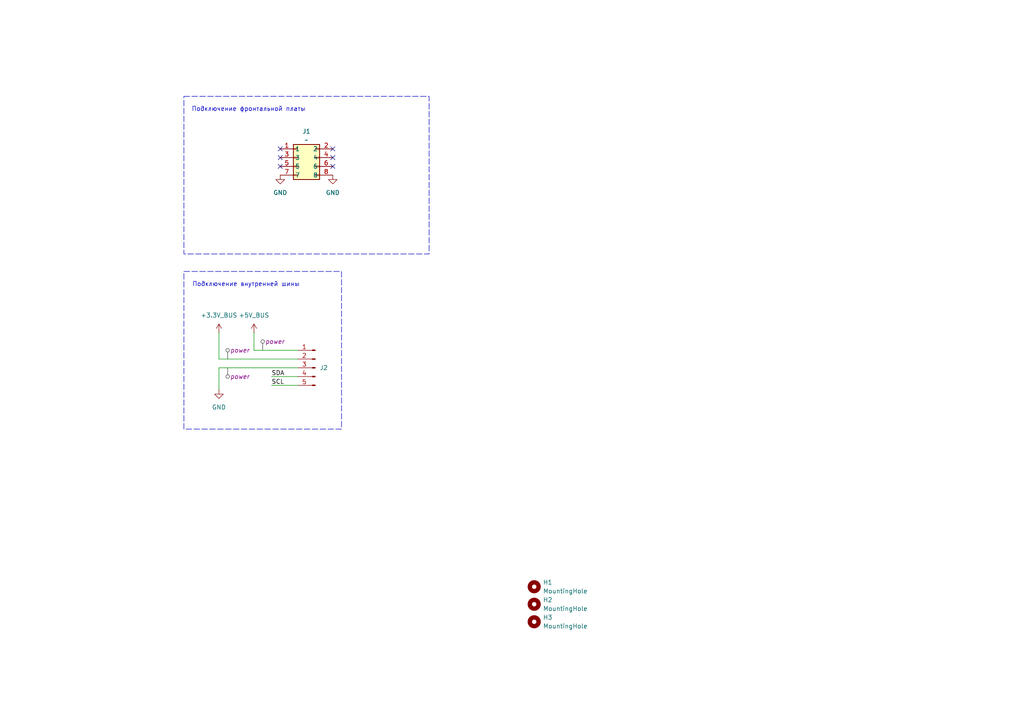
<source format=kicad_sch>
(kicad_sch (version 20231120) (generator "eeschema") (generator_version "8.0")
  (paper "A4")
  (lib_symbols
    (symbol "Mechanical:MountingHole" (pin_names (offset 1.016)) (exclude_from_sim yes) (in_bom no)
      (property "Reference" "H" (at 0 5.08 0))
      (property "Value" "MountingHole" (at 0 3.175 0))
      (symbol "MountingHole_0_1"
        (circle (center 0 0) (radius 1.27) (stroke (width 1.27)))
      )
    )
    (symbol "kicad_inventree_lib:PM-front-02x04" (in_bom no)
      (property "Reference" "J" (at 0 3.81 0))
      (symbol "PM-front-02x04_1_1"
        (rectangle (start -3.81 -8.763) (end -2.54 -9.017) (stroke (width 0.1524)))
        (rectangle (start -3.81 -6.223) (end -2.54 -6.477) (stroke (width 0.1524)))
        (rectangle (start -3.81 -3.683) (end -2.54 -3.937) (stroke (width 0.1524)))
        (rectangle (start -3.81 -1.143) (end -2.54 -1.397) (stroke (width 0.1524)))
        (rectangle (start -3.81 0) (end 3.81 -10.16) (stroke (width 0.254)) (fill (type background)))
        (rectangle (start 3.81 -8.763) (end 2.54 -9.017) (stroke (width 0.1524)))
        (rectangle (start 3.81 -6.223) (end 2.54 -6.477) (stroke (width 0.1524)))
        (rectangle (start 3.81 -3.683) (end 2.54 -3.937) (stroke (width 0.1524)))
        (rectangle (start 3.81 -1.143) (end 2.54 -1.397) (stroke (width 0.1524)))
        (pin passive line (at -7.62 -1.27 0) (length 3.81) (name "1") (number "1"))
        (pin passive line (at 7.62 -1.27 180) (length 3.81) (name "2") (number "2"))
        (pin passive line (at -7.62 -3.81 0) (length 3.81) (name "3") (number "3"))
        (pin passive line (at 7.62 -3.81 180) (length 3.81) (name "4") (number "4"))
        (pin passive line (at -7.62 -6.35 0) (length 3.81) (name "5") (number "5"))
        (pin passive line (at 7.62 -6.35 180) (length 3.81) (name "6") (number "6"))
        (pin passive line (at -7.62 -8.89 0) (length 3.81) (name "7") (number "7"))
        (pin passive line (at 7.62 -8.89 180) (length 3.81) (name "8") (number "8"))
      )
    )
    (symbol "kicad_inventree_lib:PinHeader_01x05_P2.54_THT_angle" (pin_names (offset 1.016) hide)
      (property "Reference" "J" (at 0 7.62 0))
      (property "Value" "PinHeader_01x05_P2.54_THT_angle" (at 0 -7.62 0))
      (symbol "PinHeader_01x05_P2.54_THT_angle_1_1"
        (polyline (pts (xy 1.27 -5.08) (xy 0.8636 -5.08)) (stroke (width 0.1524)))
        (polyline (pts (xy 1.27 -2.54) (xy 0.8636 -2.54)) (stroke (width 0.1524)))
        (polyline (pts (xy 1.27 0) (xy 0.8636 0)) (stroke (width 0.1524)))
        (polyline (pts (xy 1.27 2.54) (xy 0.8636 2.54)) (stroke (width 0.1524)))
        (polyline (pts (xy 1.27 5.08) (xy 0.8636 5.08)) (stroke (width 0.1524)))
        (rectangle (start 0.8636 -4.953) (end 0 -5.207) (stroke (width 0.1524)) (fill (type outline)))
        (rectangle (start 0.8636 -2.413) (end 0 -2.667) (stroke (width 0.1524)) (fill (type outline)))
        (rectangle (start 0.8636 0.127) (end 0 -0.127) (stroke (width 0.1524)) (fill (type outline)))
        (rectangle (start 0.8636 2.667) (end 0 2.413) (stroke (width 0.1524)) (fill (type outline)))
        (rectangle (start 0.8636 5.207) (end 0 4.953) (stroke (width 0.1524)) (fill (type outline)))
        (pin passive line (at 5.08 5.08 180) (length 3.81) (name "Pin_1") (number "1"))
        (pin passive line (at 5.08 2.54 180) (length 3.81) (name "Pin_2") (number "2"))
        (pin passive line (at 5.08 0 180) (length 3.81) (name "Pin_3") (number "3"))
        (pin passive line (at 5.08 -2.54 180) (length 3.81) (name "Pin_4") (number "4"))
        (pin passive line (at 5.08 -5.08 180) (length 3.81) (name "Pin_5") (number "5"))
      )
    )
    (symbol "power:+5V" (power) (pin_numbers hide) (pin_names (offset 0) hide)
      (property "Value" "+5V" (at 0 3.556 0))
      (symbol "+5V_0_1"
        (polyline (pts (xy -0.762 1.27) (xy 0 2.54)))
        (polyline (pts (xy 0 0) (xy 0 2.54)))
        (polyline (pts (xy 0 2.54) (xy 0.762 1.27)))
      )
      (symbol "+5V_1_1"
        (pin power_in line (at 0 0 90) (length 0) (name "~") (number "1"))
      )
    )
    (symbol "power:GND" (power) (pin_numbers hide) (pin_names (offset 0) hide)
      (property "Value" "GND" (at 0 -3.81 0))
      (symbol "GND_0_1"
        (polyline (pts (xy 0 0) (xy 0 -1.27) (xy 1.27 -1.27) (xy 0 -2.54) (xy -1.27 -1.27) (xy 0 -1.27)))
      )
      (symbol "GND_1_1"
        (pin power_in line (at 0 0 270) (length 0) (name "~") (number "1"))
      )
    )
  )
  (no_connect (at 81.28 45.72))
  (no_connect (at 96.52 45.72))
  (no_connect (at 96.52 43.18))
  (no_connect (at 96.52 48.26))
  (no_connect (at 81.28 43.18))
  (no_connect (at 81.28 48.26))
  (wire (pts (xy 63.5 104.14) (xy 63.5 96.52)))
  (wire (pts (xy 73.66 101.6) (xy 73.66 96.52)))
  (wire (pts (xy 78.74 111.76) (xy 86.36 111.76)))
  (wire (pts (xy 63.5 106.68) (xy 86.36 106.68)))
  (wire (pts (xy 73.66 101.6) (xy 86.36 101.6)))
  (wire (pts (xy 63.5 106.68) (xy 63.5 113.03)))
  (wire (pts (xy 86.36 104.14) (xy 63.5 104.14)))
  (wire (pts (xy 78.74 109.22) (xy 86.36 109.22)))
  (rectangle (start 53.34 27.94) (end 124.46 73.66) (stroke (width 0) (type dash)))
  (rectangle (start 53.34 78.74) (end 99.06 124.46) (stroke (width 0) (type dash)))
  (text "Подключение внутренней шины" (at 71.374 82.55 0) (effects (font (size 1.27 1.27))))
  (text "Подключение фронтальной платы" (at 72.136 31.75 0) (effects (font (size 1.27 1.27))))
  (label "SCL" (at 78.74 111.76 0))
  (label "SDA" (at 78.74 109.22 0))
  (netclass_flag "" (length 2.54) (shape round) (at 76.2 101.6 0) (property "Netclass" "power" (at 76.8985 99.06 0) (effects (font (italic yes)) (justify left))))
  (netclass_flag "" (length 2.54) (shape round) (at 66.04 106.68 180) (property "Netclass" "power" (at 66.7385 109.22 0) (effects (font (italic yes)) (justify left))))
  (netclass_flag "" (length 2.54) (shape round) (at 66.04 104.14 0) (property "Netclass" "power" (at 66.7385 101.6 0) (effects (font (italic yes)) (justify left))))
  (symbol (lib_id "power:GND") (at 63.5 113.03 0) (unit 1)
    (property "Reference" "#PWR02" (effects (hide yes)))
    (property "Value" "GND" (at 63.5 118.11 0))
    (property "Description" "Power symbol creates a global label with name \"GND\" , ground" (effects (hide yes)))
  )
  (symbol (lib_id "power:+5V") (at 63.5 96.52 0) (unit 1)
    (property "Reference" "#PWR01" (effects (hide yes)))
    (property "Value" "+3.3V_BUS" (at 63.5 91.44 0))
    (property "Description" "Power symbol creates a global label with name \"+5V\"" (effects (hide yes)))
  )
  (symbol (lib_id "power:GND") (at 96.52 50.8 0) (unit 1)
    (property "Reference" "#PWR05" (effects (hide yes)))
    (property "Value" "GND" (at 96.52 55.88 0))
    (property "Description" "Power symbol creates a global label with name \"GND\" , ground" (effects (hide yes)))
  )
  (symbol (lib_id "kicad_inventree_lib:PM-front-02x04") (at 88.9 41.91 0) (unit 1) (in_bom no)
    (property "Reference" "J1" (at 88.9 38.1 0))
    (property "Value" "~" (at 88.9 40.64 0))
    (property "Footprint" "kicad_inventree_lib:PM-front-02x04" (effects (hide yes)))
  )
  (symbol (lib_id "power:GND") (at 81.28 50.8 0) (unit 1)
    (property "Reference" "#PWR04" (effects (hide yes)))
    (property "Value" "GND" (at 81.28 55.88 0))
    (property "Description" "Power symbol creates a global label with name \"GND\" , ground" (effects (hide yes)))
  )
  (symbol (lib_id "power:+5V") (at 73.66 96.52 0) (unit 1)
    (property "Reference" "#PWR03" (effects (hide yes)))
    (property "Value" "+5V_BUS" (at 73.66 91.44 0))
    (property "Description" "Power symbol creates a global label with name \"+5V\"" (effects (hide yes)))
  )
  (symbol (lib_id "Mechanical:MountingHole") (at 154.94 175.26 0) (unit 1) (exclude_from_sim yes) (in_bom no)
    (property "Reference" "H2" (at 157.48 173.9899 0) (effects (justify left)))
    (property "Value" "MountingHole" (at 157.48 176.5299 0) (effects (justify left)))
    (property "Footprint" "MountingHole:MountingHole_3.2mm_M3" (effects (hide yes)))
    (property "Description" "Mounting Hole without connection" (effects (hide yes)))
  )
  (symbol (lib_id "Mechanical:MountingHole") (at 154.94 180.34 0) (unit 1) (exclude_from_sim yes) (in_bom no)
    (property "Reference" "H3" (at 157.48 179.0699 0) (effects (justify left)))
    (property "Value" "MountingHole" (at 157.48 181.6099 0) (effects (justify left)))
    (property "Footprint" "MountingHole:MountingHole_3.2mm_M3" (effects (hide yes)))
    (property "Description" "Mounting Hole without connection" (effects (hide yes)))
  )
  (symbol (lib_id "kicad_inventree_lib:PinHeader_01x05_P2.54_THT_angle") (at 91.44 106.68 0) (mirror y) (unit 1)
    (property "Reference" "J2" (at 92.71 106.6799 0) (effects (justify right)))
    (property "Value" "PinHeader_01x05_P2.54_THT_angle" (effects (hide yes)))
    (property "Footprint" "Connector_PinHeader_2.54mm:PinHeader_1x05_P2.54mm_Horizontal" (effects (hide yes)))
    (property "Datasheet" "http://inventree.network/part/110/" (effects (hide yes)))
    (property "Description" "Generic connector, single row, 01x05, script generated" (effects (hide yes)))
    (property "part_ipn" "PinHeader_01x05_P2.54_THT_angle" (effects (hide yes)))
  )
  (symbol (lib_id "Mechanical:MountingHole") (at 154.94 170.18 0) (unit 1) (exclude_from_sim yes) (in_bom no)
    (property "Reference" "H1" (at 157.48 168.9099 0) (effects (justify left)))
    (property "Value" "MountingHole" (at 157.48 171.4499 0) (effects (justify left)))
    (property "Footprint" "MountingHole:MountingHole_3.2mm_M3" (effects (hide yes)))
    (property "Description" "Mounting Hole without connection" (effects (hide yes)))
  )
)
</source>
